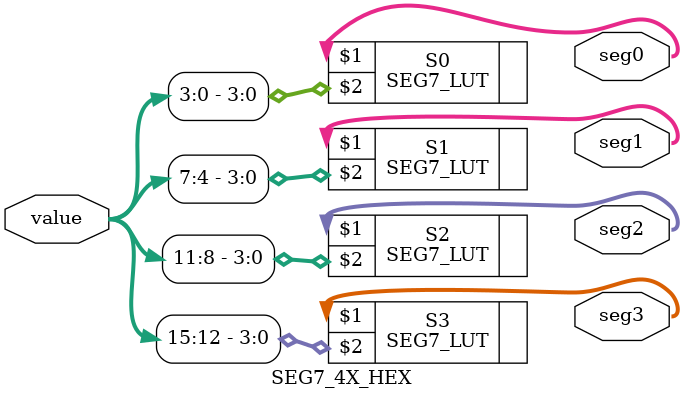
<source format=v>
module SEG7_4X_HEX 
(
	input [15:0] value,
	output [6:0] seg0,
	output [6:0] seg1,
	output [6:0] seg2,
	output [6:0] seg3
);

SEG7_LUT	S0	(seg0,value[3:0]);
SEG7_LUT	S1	(seg1,value[7:4]);
SEG7_LUT	S2	(seg2,value[11:8]);
SEG7_LUT	S3	(seg3,value[15:12]);

endmodule
</source>
